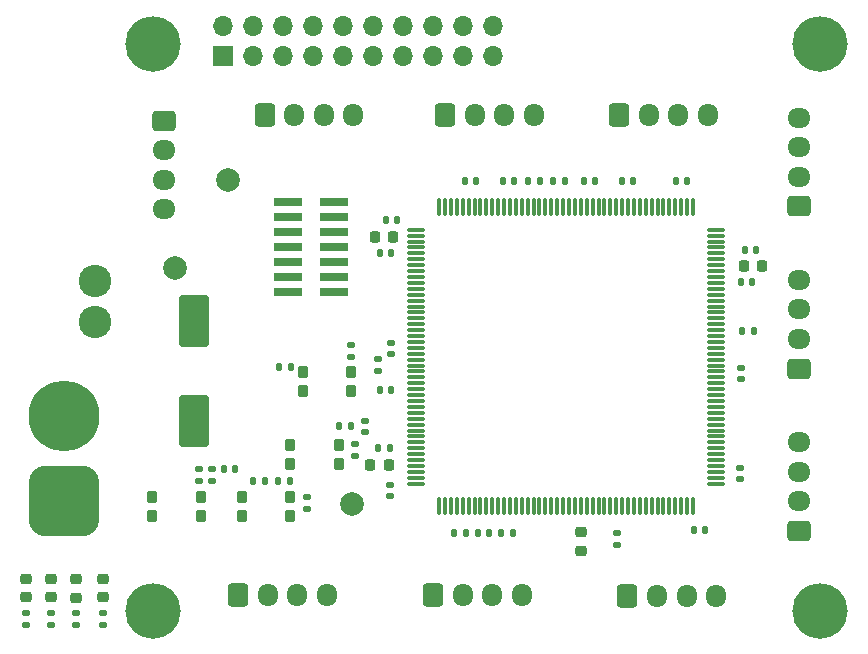
<source format=gbr>
%TF.GenerationSoftware,KiCad,Pcbnew,8.0.7*%
%TF.CreationDate,2025-02-10T20:26:25+01:00*%
%TF.ProjectId,test1,74657374-312e-46b6-9963-61645f706362,rev?*%
%TF.SameCoordinates,Original*%
%TF.FileFunction,Soldermask,Top*%
%TF.FilePolarity,Negative*%
%FSLAX46Y46*%
G04 Gerber Fmt 4.6, Leading zero omitted, Abs format (unit mm)*
G04 Created by KiCad (PCBNEW 8.0.7) date 2025-02-10 20:26:25*
%MOMM*%
%LPD*%
G01*
G04 APERTURE LIST*
G04 Aperture macros list*
%AMRoundRect*
0 Rectangle with rounded corners*
0 $1 Rounding radius*
0 $2 $3 $4 $5 $6 $7 $8 $9 X,Y pos of 4 corners*
0 Add a 4 corners polygon primitive as box body*
4,1,4,$2,$3,$4,$5,$6,$7,$8,$9,$2,$3,0*
0 Add four circle primitives for the rounded corners*
1,1,$1+$1,$2,$3*
1,1,$1+$1,$4,$5*
1,1,$1+$1,$6,$7*
1,1,$1+$1,$8,$9*
0 Add four rect primitives between the rounded corners*
20,1,$1+$1,$2,$3,$4,$5,0*
20,1,$1+$1,$4,$5,$6,$7,0*
20,1,$1+$1,$6,$7,$8,$9,0*
20,1,$1+$1,$8,$9,$2,$3,0*%
G04 Aperture macros list end*
%ADD10RoundRect,0.135000X0.185000X-0.135000X0.185000X0.135000X-0.185000X0.135000X-0.185000X-0.135000X0*%
%ADD11RoundRect,0.250000X-0.600000X-0.725000X0.600000X-0.725000X0.600000X0.725000X-0.600000X0.725000X0*%
%ADD12O,1.700000X1.950000*%
%ADD13RoundRect,0.140000X-0.140000X-0.170000X0.140000X-0.170000X0.140000X0.170000X-0.140000X0.170000X0*%
%ADD14C,2.743200*%
%ADD15RoundRect,0.225000X-0.225000X-0.250000X0.225000X-0.250000X0.225000X0.250000X-0.225000X0.250000X0*%
%ADD16RoundRect,0.250000X-0.725000X0.600000X-0.725000X-0.600000X0.725000X-0.600000X0.725000X0.600000X0*%
%ADD17O,1.950000X1.700000*%
%ADD18RoundRect,0.075000X0.075000X-0.675000X0.075000X0.675000X-0.075000X0.675000X-0.075000X-0.675000X0*%
%ADD19RoundRect,0.075000X0.675000X-0.075000X0.675000X0.075000X-0.675000X0.075000X-0.675000X-0.075000X0*%
%ADD20RoundRect,0.225000X-0.225000X-0.275000X0.225000X-0.275000X0.225000X0.275000X-0.225000X0.275000X0*%
%ADD21RoundRect,0.250000X0.725000X-0.600000X0.725000X0.600000X-0.725000X0.600000X-0.725000X-0.600000X0*%
%ADD22RoundRect,0.140000X-0.170000X0.140000X-0.170000X-0.140000X0.170000X-0.140000X0.170000X0.140000X0*%
%ADD23RoundRect,0.140000X0.140000X0.170000X-0.140000X0.170000X-0.140000X-0.170000X0.140000X-0.170000X0*%
%ADD24RoundRect,0.218750X0.256250X-0.218750X0.256250X0.218750X-0.256250X0.218750X-0.256250X-0.218750X0*%
%ADD25C,2.000000*%
%ADD26RoundRect,0.135000X-0.185000X0.135000X-0.185000X-0.135000X0.185000X-0.135000X0.185000X0.135000X0*%
%ADD27RoundRect,0.135000X-0.135000X-0.185000X0.135000X-0.185000X0.135000X0.185000X-0.135000X0.185000X0*%
%ADD28R,2.400000X0.740000*%
%ADD29C,4.700000*%
%ADD30RoundRect,0.250000X-1.000000X1.950000X-1.000000X-1.950000X1.000000X-1.950000X1.000000X1.950000X0*%
%ADD31RoundRect,0.225000X0.225000X0.250000X-0.225000X0.250000X-0.225000X-0.250000X0.225000X-0.250000X0*%
%ADD32RoundRect,0.135000X0.135000X0.185000X-0.135000X0.185000X-0.135000X-0.185000X0.135000X-0.185000X0*%
%ADD33RoundRect,0.225000X-0.250000X0.225000X-0.250000X-0.225000X0.250000X-0.225000X0.250000X0.225000X0*%
%ADD34RoundRect,1.500000X1.500000X-1.500000X1.500000X1.500000X-1.500000X1.500000X-1.500000X-1.500000X0*%
%ADD35C,6.000000*%
%ADD36RoundRect,0.140000X0.170000X-0.140000X0.170000X0.140000X-0.170000X0.140000X-0.170000X-0.140000X0*%
%ADD37R,1.700000X1.700000*%
%ADD38O,1.700000X1.700000*%
G04 APERTURE END LIST*
D10*
%TO.C,R13*%
X59000000Y-91020000D03*
X59000000Y-90000000D03*
%TD*%
D11*
%TO.C,UART10*%
X61250000Y-100700000D03*
D12*
X63750000Y-100700000D03*
X66250000Y-100700000D03*
X68750000Y-100700000D03*
%TD*%
D13*
%TO.C,C12*%
X81520000Y-95400000D03*
X82480000Y-95400000D03*
%TD*%
%TO.C,C19*%
X103920000Y-78300000D03*
X104880000Y-78300000D03*
%TD*%
D14*
%TO.C,ARU1*%
X49100000Y-77550000D03*
X49100000Y-74050000D03*
%TD*%
D15*
%TO.C,C37*%
X104025000Y-72800000D03*
X105575000Y-72800000D03*
%TD*%
D16*
%TO.C,UART2*%
X55000000Y-60500000D03*
D17*
X55000000Y-63000000D03*
X55000000Y-65500000D03*
X55000000Y-68000000D03*
%TD*%
D18*
%TO.C,U1*%
X78250000Y-93175000D03*
X78750000Y-93175000D03*
X79250000Y-93175000D03*
X79750000Y-93175000D03*
X80250000Y-93175000D03*
X80750000Y-93175000D03*
X81250000Y-93175000D03*
X81750000Y-93175000D03*
X82250000Y-93175000D03*
X82750000Y-93175000D03*
X83250000Y-93175000D03*
X83750000Y-93175000D03*
X84250000Y-93175000D03*
X84750000Y-93175000D03*
X85250000Y-93175000D03*
X85750000Y-93175000D03*
X86250000Y-93175000D03*
X86750000Y-93175000D03*
X87250000Y-93175000D03*
X87750000Y-93175000D03*
X88250000Y-93175000D03*
X88750000Y-93175000D03*
X89250000Y-93175000D03*
X89750000Y-93175000D03*
X90250000Y-93175000D03*
X90750000Y-93175000D03*
X91250000Y-93175000D03*
X91750000Y-93175000D03*
X92250000Y-93175000D03*
X92750000Y-93175000D03*
X93250000Y-93175000D03*
X93750000Y-93175000D03*
X94250000Y-93175000D03*
X94750000Y-93175000D03*
X95250000Y-93175000D03*
X95750000Y-93175000D03*
X96250000Y-93175000D03*
X96750000Y-93175000D03*
X97250000Y-93175000D03*
X97750000Y-93175000D03*
X98250000Y-93175000D03*
X98750000Y-93175000D03*
X99250000Y-93175000D03*
X99750000Y-93175000D03*
D19*
X101675000Y-91250000D03*
X101675000Y-90750000D03*
X101675000Y-90250000D03*
X101675000Y-89750000D03*
X101675000Y-89250000D03*
X101675000Y-88750000D03*
X101675000Y-88250000D03*
X101675000Y-87750000D03*
X101675000Y-87250000D03*
X101675000Y-86750000D03*
X101675000Y-86250000D03*
X101675000Y-85750000D03*
X101675000Y-85250000D03*
X101675000Y-84750000D03*
X101675000Y-84250000D03*
X101675000Y-83750000D03*
X101675000Y-83250000D03*
X101675000Y-82750000D03*
X101675000Y-82250000D03*
X101675000Y-81750000D03*
X101675000Y-81250000D03*
X101675000Y-80750000D03*
X101675000Y-80250000D03*
X101675000Y-79750000D03*
X101675000Y-79250000D03*
X101675000Y-78750000D03*
X101675000Y-78250000D03*
X101675000Y-77750000D03*
X101675000Y-77250000D03*
X101675000Y-76750000D03*
X101675000Y-76250000D03*
X101675000Y-75750000D03*
X101675000Y-75250000D03*
X101675000Y-74750000D03*
X101675000Y-74250000D03*
X101675000Y-73750000D03*
X101675000Y-73250000D03*
X101675000Y-72750000D03*
X101675000Y-72250000D03*
X101675000Y-71750000D03*
X101675000Y-71250000D03*
X101675000Y-70750000D03*
X101675000Y-70250000D03*
X101675000Y-69750000D03*
D18*
X99750000Y-67825000D03*
X99250000Y-67825000D03*
X98750000Y-67825000D03*
X98250000Y-67825000D03*
X97750000Y-67825000D03*
X97250000Y-67825000D03*
X96750000Y-67825000D03*
X96250000Y-67825000D03*
X95750000Y-67825000D03*
X95250000Y-67825000D03*
X94750000Y-67825000D03*
X94250000Y-67825000D03*
X93750000Y-67825000D03*
X93250000Y-67825000D03*
X92750000Y-67825000D03*
X92250000Y-67825000D03*
X91750000Y-67825000D03*
X91250000Y-67825000D03*
X90750000Y-67825000D03*
X90250000Y-67825000D03*
X89750000Y-67825000D03*
X89250000Y-67825000D03*
X88750000Y-67825000D03*
X88250000Y-67825000D03*
X87750000Y-67825000D03*
X87250000Y-67825000D03*
X86750000Y-67825000D03*
X86250000Y-67825000D03*
X85750000Y-67825000D03*
X85250000Y-67825000D03*
X84750000Y-67825000D03*
X84250000Y-67825000D03*
X83750000Y-67825000D03*
X83250000Y-67825000D03*
X82750000Y-67825000D03*
X82250000Y-67825000D03*
X81750000Y-67825000D03*
X81250000Y-67825000D03*
X80750000Y-67825000D03*
X80250000Y-67825000D03*
X79750000Y-67825000D03*
X79250000Y-67825000D03*
X78750000Y-67825000D03*
X78250000Y-67825000D03*
D19*
X76325000Y-69750000D03*
X76325000Y-70250000D03*
X76325000Y-70750000D03*
X76325000Y-71250000D03*
X76325000Y-71750000D03*
X76325000Y-72250000D03*
X76325000Y-72750000D03*
X76325000Y-73250000D03*
X76325000Y-73750000D03*
X76325000Y-74250000D03*
X76325000Y-74750000D03*
X76325000Y-75250000D03*
X76325000Y-75750000D03*
X76325000Y-76250000D03*
X76325000Y-76750000D03*
X76325000Y-77250000D03*
X76325000Y-77750000D03*
X76325000Y-78250000D03*
X76325000Y-78750000D03*
X76325000Y-79250000D03*
X76325000Y-79750000D03*
X76325000Y-80250000D03*
X76325000Y-80750000D03*
X76325000Y-81250000D03*
X76325000Y-81750000D03*
X76325000Y-82250000D03*
X76325000Y-82750000D03*
X76325000Y-83250000D03*
X76325000Y-83750000D03*
X76325000Y-84250000D03*
X76325000Y-84750000D03*
X76325000Y-85250000D03*
X76325000Y-85750000D03*
X76325000Y-86250000D03*
X76325000Y-86750000D03*
X76325000Y-87250000D03*
X76325000Y-87750000D03*
X76325000Y-88250000D03*
X76325000Y-88750000D03*
X76325000Y-89250000D03*
X76325000Y-89750000D03*
X76325000Y-90250000D03*
X76325000Y-90750000D03*
X76325000Y-91250000D03*
%TD*%
D20*
%TO.C,SW4*%
X65650000Y-88000000D03*
X69750000Y-88000000D03*
X65650000Y-89600000D03*
X69750000Y-89600000D03*
%TD*%
D21*
%TO.C,UART1*%
X108700000Y-67750000D03*
D17*
X108700000Y-65250000D03*
X108700000Y-62750000D03*
X108700000Y-60250000D03*
%TD*%
D22*
%TO.C,C33*%
X72000000Y-85940000D03*
X72000000Y-86900000D03*
%TD*%
D23*
%TO.C,C17*%
X80500000Y-95400000D03*
X79540000Y-95400000D03*
%TD*%
D22*
%TO.C,C27*%
X74200000Y-79320000D03*
X74200000Y-80280000D03*
%TD*%
D24*
%TO.C,D18*%
X43300000Y-100875000D03*
X43300000Y-99300000D03*
%TD*%
D25*
%TO.C,TP3V3*%
X70900000Y-93000000D03*
%TD*%
D23*
%TO.C,C18*%
X81380000Y-65600000D03*
X80420000Y-65600000D03*
%TD*%
D26*
%TO.C,R23*%
X49800000Y-102190000D03*
X49800000Y-103210000D03*
%TD*%
D21*
%TO.C,UART5*%
X108700000Y-81500000D03*
D17*
X108700000Y-79000000D03*
X108700000Y-76500000D03*
X108700000Y-74000000D03*
%TD*%
D27*
%TO.C,R15*%
X69790000Y-86400000D03*
X70810000Y-86400000D03*
%TD*%
D26*
%TO.C,R19*%
X71100000Y-87890000D03*
X71100000Y-88910000D03*
%TD*%
D20*
%TO.C,SW1*%
X66700000Y-81800000D03*
X70800000Y-81800000D03*
X66700000Y-83400000D03*
X70800000Y-83400000D03*
%TD*%
D23*
%TO.C,C22*%
X91480000Y-65600000D03*
X90520000Y-65600000D03*
%TD*%
D25*
%TO.C,TPVBUS*%
X55900000Y-73000000D03*
%TD*%
D28*
%TO.C,J2*%
X65450000Y-67390000D03*
X69350000Y-67390000D03*
X65450000Y-68660000D03*
X69350000Y-68660000D03*
X65450000Y-69930000D03*
X69350000Y-69930000D03*
X65450000Y-71200000D03*
X69350000Y-71200000D03*
X65450000Y-72470000D03*
X69350000Y-72470000D03*
X65450000Y-73740000D03*
X69350000Y-73740000D03*
X65450000Y-75010000D03*
X69350000Y-75010000D03*
%TD*%
D23*
%TO.C,C43*%
X74680000Y-68900000D03*
X73720000Y-68900000D03*
%TD*%
D26*
%TO.C,R21*%
X45400000Y-102190000D03*
X45400000Y-103210000D03*
%TD*%
D10*
%TO.C,R16*%
X70800000Y-80510000D03*
X70800000Y-79490000D03*
%TD*%
D29*
%TO.C,H4*%
X110500000Y-54000000D03*
%TD*%
D13*
%TO.C,C21*%
X83520000Y-95400000D03*
X84480000Y-95400000D03*
%TD*%
D30*
%TO.C,C1*%
X57500000Y-77500000D03*
X57500000Y-85900000D03*
%TD*%
D31*
%TO.C,C38*%
X73975000Y-89700000D03*
X72425000Y-89700000D03*
%TD*%
D29*
%TO.C,H2*%
X54000000Y-102000000D03*
%TD*%
D24*
%TO.C,D20*%
X47500000Y-100887500D03*
X47500000Y-99312500D03*
%TD*%
D21*
%TO.C,UART3*%
X108700000Y-95250000D03*
D17*
X108700000Y-92750000D03*
X108700000Y-90250000D03*
X108700000Y-87750000D03*
%TD*%
D26*
%TO.C,R18*%
X67100000Y-92380000D03*
X67100000Y-93400000D03*
%TD*%
D32*
%TO.C,R12*%
X65720000Y-81400000D03*
X64700000Y-81400000D03*
%TD*%
D23*
%TO.C,C25*%
X74180000Y-71700000D03*
X73220000Y-71700000D03*
%TD*%
D24*
%TO.C,D21*%
X49800000Y-100875000D03*
X49800000Y-99300000D03*
%TD*%
D23*
%TO.C,C31*%
X60980000Y-90000000D03*
X60020000Y-90000000D03*
%TD*%
D13*
%TO.C,C23*%
X87920000Y-65600000D03*
X88880000Y-65600000D03*
%TD*%
D29*
%TO.C,H3*%
X110500000Y-102000000D03*
%TD*%
D20*
%TO.C,SW3*%
X61550000Y-92400000D03*
X65650000Y-92400000D03*
X61550000Y-94000000D03*
X65650000Y-94000000D03*
%TD*%
D22*
%TO.C,C16*%
X103700000Y-89920000D03*
X103700000Y-90880000D03*
%TD*%
D26*
%TO.C,R22*%
X47500000Y-102200000D03*
X47500000Y-103220000D03*
%TD*%
%TO.C,R20*%
X43300000Y-102190000D03*
X43300000Y-103210000D03*
%TD*%
D11*
%TO.C,UART4*%
X77750000Y-100700000D03*
D12*
X80250000Y-100700000D03*
X82750000Y-100700000D03*
X85250000Y-100700000D03*
%TD*%
D22*
%TO.C,C28*%
X74100000Y-91320000D03*
X74100000Y-92280000D03*
%TD*%
D11*
%TO.C,LIDAR1*%
X93500000Y-60000000D03*
D12*
X96000000Y-60000000D03*
X98500000Y-60000000D03*
X101000000Y-60000000D03*
%TD*%
D23*
%TO.C,C26*%
X94680000Y-65600000D03*
X93720000Y-65600000D03*
%TD*%
D33*
%TO.C,C29*%
X90300000Y-95362500D03*
X90300000Y-96912500D03*
%TD*%
D24*
%TO.C,D19*%
X45400000Y-100875000D03*
X45400000Y-99300000D03*
%TD*%
D13*
%TO.C,C32*%
X62520000Y-91000000D03*
X63480000Y-91000000D03*
%TD*%
D11*
%TO.C,UART8*%
X78750000Y-60000000D03*
D12*
X81250000Y-60000000D03*
X83750000Y-60000000D03*
X86250000Y-60000000D03*
%TD*%
D20*
%TO.C,SW2*%
X53950000Y-92400000D03*
X58050000Y-92400000D03*
X53950000Y-94000000D03*
X58050000Y-94000000D03*
%TD*%
D23*
%TO.C,C44*%
X74080000Y-88200000D03*
X73120000Y-88200000D03*
%TD*%
D25*
%TO.C,TP5V*%
X60400000Y-65500000D03*
%TD*%
D22*
%TO.C,C14*%
X103800000Y-81420000D03*
X103800000Y-82380000D03*
%TD*%
D13*
%TO.C,C41*%
X85820000Y-65600000D03*
X86780000Y-65600000D03*
%TD*%
%TO.C,C42*%
X104780000Y-74200000D03*
X103820000Y-74200000D03*
%TD*%
%TO.C,C40*%
X83620000Y-65600000D03*
X84580000Y-65600000D03*
%TD*%
D11*
%TO.C,UART6*%
X63500000Y-60000000D03*
D12*
X66000000Y-60000000D03*
X68500000Y-60000000D03*
X71000000Y-60000000D03*
%TD*%
D13*
%TO.C,C15*%
X104140000Y-71500000D03*
X105100000Y-71500000D03*
%TD*%
D34*
%TO.C,BT1*%
X46500000Y-92700000D03*
D35*
X46500000Y-85500000D03*
%TD*%
D13*
%TO.C,C20*%
X99820000Y-95200000D03*
X100780000Y-95200000D03*
%TD*%
D10*
%TO.C,R17*%
X57900000Y-91020000D03*
X57900000Y-90000000D03*
%TD*%
D36*
%TO.C,C39*%
X93300000Y-96400000D03*
X93300000Y-95440000D03*
%TD*%
D23*
%TO.C,C24*%
X74180000Y-83300000D03*
X73220000Y-83300000D03*
%TD*%
D32*
%TO.C,R14*%
X65610000Y-91000000D03*
X64590000Y-91000000D03*
%TD*%
D13*
%TO.C,C13*%
X98320000Y-65600000D03*
X99280000Y-65600000D03*
%TD*%
D22*
%TO.C,C30*%
X73100000Y-80720000D03*
X73100000Y-81680000D03*
%TD*%
D29*
%TO.C,H1*%
X54000000Y-54000000D03*
%TD*%
D11*
%TO.C,UART7*%
X94200000Y-100800000D03*
D12*
X96700000Y-100800000D03*
X99200000Y-100800000D03*
X101700000Y-100800000D03*
%TD*%
D31*
%TO.C,C45*%
X74350000Y-70400000D03*
X72800000Y-70400000D03*
%TD*%
D37*
%TO.C,J3*%
X59920000Y-55000000D03*
D38*
X59920000Y-52460000D03*
X62460000Y-55000000D03*
X62460000Y-52460000D03*
X65000000Y-55000000D03*
X65000000Y-52460000D03*
X67540000Y-55000000D03*
X67540000Y-52460000D03*
X70080000Y-55000000D03*
X70080000Y-52460000D03*
X72620000Y-55000000D03*
X72620000Y-52460000D03*
X75160000Y-55000000D03*
X75160000Y-52460000D03*
X77700000Y-55000000D03*
X77700000Y-52460000D03*
X80240000Y-55000000D03*
X80240000Y-52460000D03*
X82780000Y-55000000D03*
X82780000Y-52460000D03*
%TD*%
M02*

</source>
